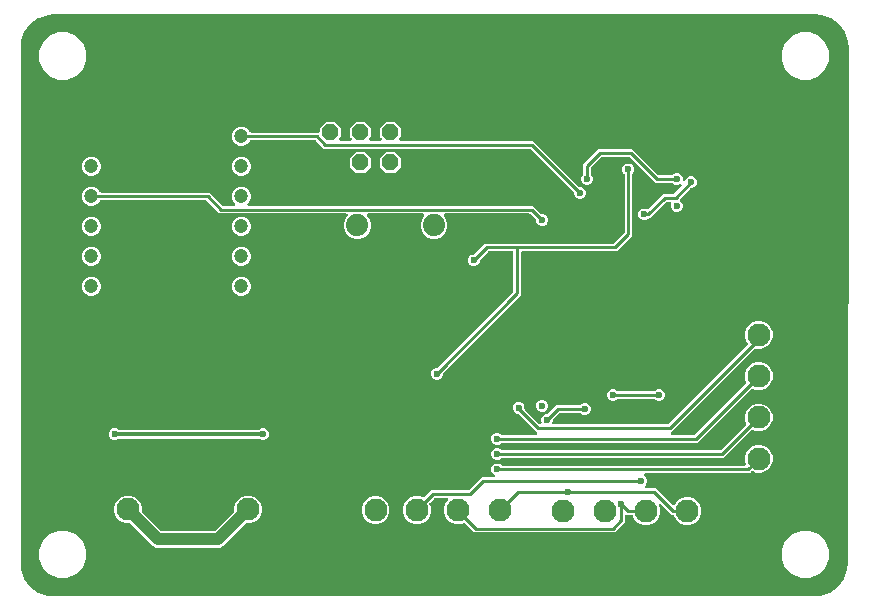
<source format=gbr>
G04 EAGLE Gerber RS-274X export*
G75*
%MOMM*%
%FSLAX34Y34*%
%LPD*%
%INBottom Copper*%
%IPPOS*%
%AMOC8*
5,1,8,0,0,1.08239X$1,22.5*%
G01*
%ADD10C,1.200000*%
%ADD11P,1.484606X8X202.500000*%
%ADD12C,1.879600*%
%ADD13C,1.950000*%
%ADD14C,0.600000*%
%ADD15C,0.304800*%
%ADD16C,0.254000*%
%ADD17C,1.016000*%

G36*
X675082Y2503D02*
X675082Y2503D01*
X675160Y2505D01*
X679257Y2827D01*
X679325Y2841D01*
X679394Y2845D01*
X679549Y2885D01*
X687345Y5414D01*
X687452Y5464D01*
X687562Y5508D01*
X687614Y5540D01*
X687633Y5549D01*
X687648Y5562D01*
X687698Y5594D01*
X694333Y10405D01*
X694419Y10486D01*
X694510Y10561D01*
X694550Y10608D01*
X694565Y10622D01*
X694575Y10639D01*
X694613Y10685D01*
X699439Y17309D01*
X699496Y17413D01*
X699560Y17512D01*
X699583Y17569D01*
X699593Y17587D01*
X699598Y17607D01*
X699620Y17662D01*
X702166Y25452D01*
X702179Y25519D01*
X702201Y25584D01*
X702224Y25744D01*
X702555Y29841D01*
X702554Y29862D01*
X702559Y29940D01*
X702560Y30068D01*
X703438Y467220D01*
X703439Y467946D01*
X703436Y467967D01*
X703435Y468045D01*
X703120Y472154D01*
X703106Y472222D01*
X703102Y472292D01*
X703062Y472448D01*
X700535Y480266D01*
X700485Y480374D01*
X700441Y480485D01*
X700409Y480536D01*
X700400Y480554D01*
X700387Y480570D01*
X700355Y480621D01*
X695534Y487274D01*
X695452Y487361D01*
X695377Y487453D01*
X695330Y487491D01*
X695316Y487506D01*
X695299Y487517D01*
X695253Y487555D01*
X688609Y492390D01*
X688505Y492448D01*
X688404Y492512D01*
X688348Y492534D01*
X688330Y492544D01*
X688311Y492549D01*
X688255Y492571D01*
X680441Y495113D01*
X680373Y495126D01*
X680307Y495149D01*
X680148Y495172D01*
X676040Y495495D01*
X676018Y495494D01*
X675940Y495499D01*
X675901Y495499D01*
X674379Y495499D01*
X674378Y495499D01*
X30000Y495499D01*
X29978Y495497D01*
X29900Y495495D01*
X25797Y495172D01*
X25729Y495158D01*
X25660Y495154D01*
X25505Y495114D01*
X17700Y492578D01*
X17592Y492528D01*
X17482Y492484D01*
X17430Y492452D01*
X17412Y492443D01*
X17396Y492430D01*
X17346Y492398D01*
X10707Y487574D01*
X10620Y487493D01*
X10528Y487417D01*
X10490Y487371D01*
X10475Y487357D01*
X10464Y487339D01*
X10426Y487293D01*
X5602Y480654D01*
X5545Y480550D01*
X5481Y480450D01*
X5459Y480394D01*
X5449Y480376D01*
X5444Y480356D01*
X5422Y480300D01*
X2886Y472495D01*
X2873Y472428D01*
X2850Y472362D01*
X2828Y472203D01*
X2505Y468100D01*
X2506Y468078D01*
X2501Y468000D01*
X2501Y29920D01*
X2503Y29899D01*
X2505Y29819D01*
X2832Y25730D01*
X2846Y25663D01*
X2850Y25594D01*
X2890Y25438D01*
X5424Y17662D01*
X5475Y17555D01*
X5518Y17445D01*
X5551Y17393D01*
X5560Y17374D01*
X5573Y17359D01*
X5604Y17309D01*
X10413Y10694D01*
X10494Y10608D01*
X10570Y10516D01*
X10617Y10477D01*
X10631Y10462D01*
X10648Y10451D01*
X10694Y10413D01*
X17309Y5604D01*
X17413Y5547D01*
X17512Y5484D01*
X17570Y5461D01*
X17588Y5451D01*
X17607Y5446D01*
X17662Y5424D01*
X25438Y2890D01*
X25506Y2877D01*
X25571Y2855D01*
X25730Y2832D01*
X29819Y2505D01*
X29841Y2506D01*
X29920Y2501D01*
X675060Y2501D01*
X675082Y2503D01*
G37*
%LPC*%
G36*
X386645Y56729D02*
X386645Y56729D01*
X378869Y64505D01*
X378846Y64524D01*
X378827Y64546D01*
X378721Y64621D01*
X378618Y64700D01*
X378591Y64712D01*
X378566Y64729D01*
X378445Y64775D01*
X378326Y64827D01*
X378297Y64831D01*
X378269Y64842D01*
X378140Y64856D01*
X378012Y64877D01*
X377982Y64874D01*
X377953Y64877D01*
X377825Y64859D01*
X377695Y64847D01*
X377667Y64837D01*
X377638Y64833D01*
X377486Y64781D01*
X375237Y63849D01*
X370563Y63849D01*
X366244Y65638D01*
X362938Y68944D01*
X361149Y73263D01*
X361149Y77937D01*
X362938Y82256D01*
X364245Y83563D01*
X364330Y83672D01*
X364418Y83779D01*
X364427Y83798D01*
X364439Y83814D01*
X364495Y83941D01*
X364554Y84067D01*
X364558Y84087D01*
X364566Y84106D01*
X364588Y84243D01*
X364614Y84380D01*
X364612Y84400D01*
X364616Y84420D01*
X364603Y84559D01*
X364594Y84697D01*
X364588Y84716D01*
X364586Y84736D01*
X364539Y84868D01*
X364496Y84999D01*
X364485Y85017D01*
X364478Y85036D01*
X364400Y85151D01*
X364326Y85268D01*
X364311Y85282D01*
X364300Y85299D01*
X364195Y85391D01*
X364094Y85486D01*
X364076Y85496D01*
X364061Y85509D01*
X363937Y85573D01*
X363816Y85640D01*
X363796Y85645D01*
X363778Y85654D01*
X363642Y85684D01*
X363508Y85719D01*
X363480Y85721D01*
X363468Y85724D01*
X363447Y85723D01*
X363347Y85729D01*
X353181Y85729D01*
X353082Y85717D01*
X352983Y85714D01*
X352925Y85697D01*
X352865Y85689D01*
X352773Y85653D01*
X352678Y85625D01*
X352626Y85595D01*
X352569Y85572D01*
X352489Y85514D01*
X352404Y85464D01*
X352328Y85398D01*
X352312Y85386D01*
X352304Y85376D01*
X352283Y85358D01*
X348848Y81923D01*
X348830Y81899D01*
X348808Y81880D01*
X348733Y81774D01*
X348653Y81671D01*
X348641Y81644D01*
X348624Y81620D01*
X348578Y81499D01*
X348527Y81379D01*
X348522Y81350D01*
X348512Y81323D01*
X348497Y81194D01*
X348477Y81065D01*
X348480Y81036D01*
X348476Y81007D01*
X348495Y80878D01*
X348507Y80749D01*
X348517Y80721D01*
X348521Y80692D01*
X348573Y80539D01*
X349651Y77937D01*
X349651Y73263D01*
X347862Y68944D01*
X344556Y65638D01*
X340237Y63849D01*
X335563Y63849D01*
X331244Y65638D01*
X327938Y68944D01*
X326149Y73263D01*
X326149Y77937D01*
X327938Y82256D01*
X331244Y85562D01*
X335563Y87351D01*
X340237Y87351D01*
X342839Y86273D01*
X342868Y86265D01*
X342894Y86252D01*
X343021Y86223D01*
X343146Y86189D01*
X343176Y86189D01*
X343204Y86182D01*
X343334Y86186D01*
X343464Y86184D01*
X343493Y86191D01*
X343522Y86192D01*
X343647Y86228D01*
X343773Y86258D01*
X343799Y86272D01*
X343828Y86280D01*
X343940Y86346D01*
X344054Y86407D01*
X344076Y86427D01*
X344102Y86442D01*
X344223Y86548D01*
X347658Y89983D01*
X349945Y92271D01*
X381119Y92271D01*
X381218Y92283D01*
X381317Y92286D01*
X381375Y92303D01*
X381435Y92311D01*
X381527Y92347D01*
X381622Y92375D01*
X381674Y92405D01*
X381731Y92428D01*
X381811Y92486D01*
X381896Y92536D01*
X381972Y92602D01*
X381988Y92614D01*
X381996Y92624D01*
X382017Y92642D01*
X392645Y103271D01*
X402797Y103271D01*
X402867Y103279D01*
X402936Y103278D01*
X403024Y103299D01*
X403113Y103311D01*
X403178Y103336D01*
X403246Y103353D01*
X403325Y103395D01*
X403409Y103428D01*
X403465Y103469D01*
X403527Y103501D01*
X403593Y103562D01*
X403666Y103614D01*
X403711Y103668D01*
X403762Y103715D01*
X403811Y103790D01*
X403869Y103859D01*
X403899Y103923D01*
X403937Y103981D01*
X403966Y104066D01*
X404004Y104147D01*
X404017Y104216D01*
X404040Y104282D01*
X404047Y104371D01*
X404064Y104459D01*
X404060Y104529D01*
X404065Y104599D01*
X404050Y104687D01*
X404044Y104777D01*
X404023Y104843D01*
X404011Y104912D01*
X403974Y104994D01*
X403946Y105079D01*
X403909Y105138D01*
X403880Y105202D01*
X403824Y105272D01*
X403776Y105348D01*
X403725Y105396D01*
X403682Y105450D01*
X403610Y105504D01*
X403545Y105566D01*
X403483Y105600D01*
X403428Y105642D01*
X403283Y105713D01*
X403167Y105761D01*
X401761Y107167D01*
X400999Y109005D01*
X400999Y110995D01*
X401761Y112833D01*
X403167Y114239D01*
X405005Y115001D01*
X406995Y115001D01*
X408833Y114239D01*
X409430Y113642D01*
X409508Y113582D01*
X409580Y113514D01*
X409633Y113485D01*
X409681Y113448D01*
X409772Y113408D01*
X409859Y113360D01*
X409917Y113345D01*
X409973Y113321D01*
X410071Y113306D01*
X410166Y113281D01*
X410266Y113275D01*
X410287Y113271D01*
X410299Y113273D01*
X410327Y113271D01*
X615096Y113271D01*
X615145Y113277D01*
X615195Y113275D01*
X615302Y113297D01*
X615412Y113311D01*
X615458Y113329D01*
X615506Y113339D01*
X615605Y113387D01*
X615707Y113428D01*
X615748Y113457D01*
X615792Y113479D01*
X615876Y113550D01*
X615965Y113614D01*
X615996Y113653D01*
X616034Y113685D01*
X616097Y113775D01*
X616167Y113859D01*
X616189Y113904D01*
X616217Y113945D01*
X616256Y114048D01*
X616303Y114147D01*
X616312Y114196D01*
X616330Y114242D01*
X616342Y114352D01*
X616363Y114459D01*
X616360Y114509D01*
X616365Y114558D01*
X616350Y114667D01*
X616343Y114777D01*
X616328Y114824D01*
X616321Y114873D01*
X616269Y115026D01*
X615549Y116763D01*
X615549Y121437D01*
X617338Y125756D01*
X620644Y129062D01*
X624963Y130851D01*
X629637Y130851D01*
X633956Y129062D01*
X637262Y125756D01*
X639051Y121437D01*
X639051Y116763D01*
X637262Y112444D01*
X633956Y109138D01*
X629637Y107349D01*
X624963Y107349D01*
X622361Y108427D01*
X622332Y108435D01*
X622306Y108448D01*
X622179Y108477D01*
X622054Y108511D01*
X622024Y108511D01*
X621996Y108518D01*
X621866Y108514D01*
X621736Y108516D01*
X621707Y108509D01*
X621678Y108508D01*
X621553Y108472D01*
X621427Y108442D01*
X621401Y108428D01*
X621372Y108420D01*
X621261Y108354D01*
X621146Y108293D01*
X621124Y108273D01*
X621098Y108258D01*
X620977Y108152D01*
X619555Y106729D01*
X531203Y106729D01*
X531133Y106721D01*
X531064Y106722D01*
X530976Y106701D01*
X530887Y106689D01*
X530822Y106664D01*
X530754Y106647D01*
X530675Y106605D01*
X530591Y106572D01*
X530535Y106531D01*
X530473Y106499D01*
X530407Y106438D01*
X530334Y106386D01*
X530289Y106332D01*
X530238Y106285D01*
X530189Y106210D01*
X530131Y106141D01*
X530101Y106077D01*
X530063Y106019D01*
X530034Y105934D01*
X529996Y105853D01*
X529983Y105784D01*
X529960Y105718D01*
X529953Y105629D01*
X529936Y105541D01*
X529940Y105471D01*
X529935Y105401D01*
X529950Y105313D01*
X529956Y105223D01*
X529977Y105157D01*
X529989Y105088D01*
X530026Y105006D01*
X530054Y104921D01*
X530091Y104862D01*
X530120Y104798D01*
X530176Y104728D01*
X530224Y104652D01*
X530275Y104604D01*
X530318Y104550D01*
X530390Y104496D01*
X530455Y104434D01*
X530517Y104400D01*
X530572Y104358D01*
X530717Y104287D01*
X530833Y104239D01*
X532239Y102833D01*
X533001Y100995D01*
X533001Y99005D01*
X532239Y97167D01*
X531510Y96437D01*
X531425Y96328D01*
X531336Y96221D01*
X531327Y96202D01*
X531315Y96186D01*
X531259Y96058D01*
X531200Y95933D01*
X531196Y95913D01*
X531188Y95894D01*
X531166Y95756D01*
X531140Y95620D01*
X531142Y95600D01*
X531138Y95580D01*
X531152Y95441D01*
X531160Y95303D01*
X531166Y95284D01*
X531168Y95264D01*
X531215Y95132D01*
X531258Y95001D01*
X531269Y94983D01*
X531276Y94964D01*
X531354Y94849D01*
X531428Y94732D01*
X531443Y94718D01*
X531454Y94701D01*
X531558Y94609D01*
X531660Y94514D01*
X531678Y94504D01*
X531693Y94491D01*
X531817Y94428D01*
X531938Y94360D01*
X531958Y94355D01*
X531976Y94346D01*
X532112Y94316D01*
X532246Y94281D01*
X532274Y94279D01*
X532286Y94276D01*
X532307Y94277D01*
X532407Y94271D01*
X540355Y94271D01*
X554433Y80193D01*
X554472Y80163D01*
X554505Y80126D01*
X554597Y80065D01*
X554684Y79998D01*
X554729Y79978D01*
X554771Y79951D01*
X554875Y79915D01*
X554976Y79872D01*
X555025Y79864D01*
X555072Y79848D01*
X555181Y79839D01*
X555290Y79822D01*
X555339Y79827D01*
X555389Y79823D01*
X555497Y79841D01*
X555606Y79852D01*
X555653Y79868D01*
X555702Y79877D01*
X555802Y79922D01*
X555906Y79959D01*
X555947Y79987D01*
X555992Y80008D01*
X556078Y80076D01*
X556169Y80138D01*
X556202Y80175D01*
X556241Y80206D01*
X556307Y80294D01*
X556379Y80376D01*
X556402Y80421D01*
X556432Y80460D01*
X556503Y80605D01*
X556938Y81656D01*
X560244Y84962D01*
X564563Y86751D01*
X569237Y86751D01*
X573556Y84962D01*
X576862Y81656D01*
X578651Y77337D01*
X578651Y72663D01*
X576862Y68344D01*
X573556Y65038D01*
X569237Y63249D01*
X564563Y63249D01*
X560244Y65038D01*
X556938Y68344D01*
X555860Y70946D01*
X555846Y70971D01*
X555837Y70999D01*
X555767Y71109D01*
X555703Y71222D01*
X555682Y71243D01*
X555667Y71268D01*
X555572Y71357D01*
X555482Y71450D01*
X555456Y71466D01*
X555435Y71486D01*
X555321Y71549D01*
X555210Y71617D01*
X555182Y71625D01*
X555156Y71640D01*
X555031Y71672D01*
X554907Y71710D01*
X554877Y71712D01*
X554848Y71719D01*
X554688Y71729D01*
X553645Y71729D01*
X545061Y80313D01*
X545006Y80356D01*
X544957Y80406D01*
X544881Y80453D01*
X544810Y80508D01*
X544746Y80536D01*
X544686Y80573D01*
X544601Y80599D01*
X544518Y80635D01*
X544449Y80646D01*
X544382Y80666D01*
X544293Y80670D01*
X544204Y80685D01*
X544134Y80678D01*
X544065Y80681D01*
X543977Y80663D01*
X543887Y80655D01*
X543821Y80631D01*
X543753Y80617D01*
X543673Y80578D01*
X543588Y80547D01*
X543530Y80508D01*
X543468Y80477D01*
X543399Y80419D01*
X543325Y80369D01*
X543279Y80316D01*
X543226Y80271D01*
X543174Y80198D01*
X543114Y80130D01*
X543083Y80068D01*
X543042Y80011D01*
X543011Y79927D01*
X542970Y79847D01*
X542954Y79779D01*
X542930Y79713D01*
X542920Y79624D01*
X542900Y79537D01*
X542902Y79467D01*
X542894Y79397D01*
X542907Y79308D01*
X542910Y79219D01*
X542929Y79152D01*
X542939Y79083D01*
X542991Y78930D01*
X543651Y77337D01*
X543651Y72663D01*
X541862Y68344D01*
X538556Y65038D01*
X534237Y63249D01*
X529563Y63249D01*
X525244Y65038D01*
X521938Y68344D01*
X520860Y70946D01*
X520846Y70971D01*
X520837Y70999D01*
X520767Y71109D01*
X520703Y71222D01*
X520682Y71243D01*
X520667Y71268D01*
X520572Y71357D01*
X520482Y71450D01*
X520456Y71466D01*
X520435Y71486D01*
X520321Y71549D01*
X520210Y71617D01*
X520182Y71625D01*
X520156Y71640D01*
X520031Y71672D01*
X519907Y71710D01*
X519877Y71712D01*
X519848Y71719D01*
X519688Y71729D01*
X515540Y71729D01*
X515422Y71714D01*
X515303Y71707D01*
X515265Y71694D01*
X515224Y71689D01*
X515114Y71646D01*
X515001Y71609D01*
X514966Y71587D01*
X514929Y71572D01*
X514833Y71503D01*
X514732Y71439D01*
X514704Y71409D01*
X514671Y71386D01*
X514595Y71294D01*
X514514Y71207D01*
X514494Y71172D01*
X514469Y71141D01*
X514418Y71033D01*
X514360Y70929D01*
X514350Y70889D01*
X514333Y70853D01*
X514311Y70736D01*
X514281Y70621D01*
X514277Y70561D01*
X514273Y70541D01*
X514275Y70520D01*
X514271Y70460D01*
X514271Y65645D01*
X505355Y56729D01*
X386645Y56729D01*
G37*
%LPD*%
%LPC*%
G36*
X405005Y130999D02*
X405005Y130999D01*
X403167Y131761D01*
X401761Y133167D01*
X400999Y135005D01*
X400999Y136995D01*
X401761Y138833D01*
X403167Y140239D01*
X405005Y141001D01*
X406995Y141001D01*
X408833Y140239D01*
X409430Y139642D01*
X409508Y139582D01*
X409580Y139514D01*
X409633Y139485D01*
X409681Y139448D01*
X409772Y139408D01*
X409859Y139360D01*
X409917Y139345D01*
X409973Y139321D01*
X410071Y139306D01*
X410166Y139281D01*
X410266Y139275D01*
X410287Y139271D01*
X410299Y139273D01*
X410327Y139271D01*
X438448Y139271D01*
X438585Y139288D01*
X438724Y139301D01*
X438743Y139308D01*
X438763Y139311D01*
X438892Y139362D01*
X439023Y139409D01*
X439040Y139420D01*
X439059Y139428D01*
X439171Y139509D01*
X439286Y139587D01*
X439300Y139603D01*
X439316Y139614D01*
X439405Y139722D01*
X439497Y139826D01*
X439506Y139844D01*
X439519Y139859D01*
X439578Y139985D01*
X439641Y140109D01*
X439646Y140129D01*
X439654Y140147D01*
X439681Y140283D01*
X439711Y140419D01*
X439710Y140440D01*
X439714Y140459D01*
X439706Y140598D01*
X439701Y140737D01*
X439696Y140757D01*
X439694Y140777D01*
X439652Y140909D01*
X439613Y141043D01*
X439603Y141060D01*
X439596Y141079D01*
X439522Y141197D01*
X439451Y141317D01*
X439433Y141338D01*
X439426Y141348D01*
X439411Y141362D01*
X439345Y141437D01*
X423747Y157036D01*
X423669Y157096D01*
X423597Y157164D01*
X423544Y157193D01*
X423496Y157230D01*
X423405Y157270D01*
X423318Y157318D01*
X423260Y157333D01*
X423204Y157357D01*
X423106Y157372D01*
X423063Y157384D01*
X421167Y158169D01*
X419761Y159575D01*
X418999Y161413D01*
X418999Y163403D01*
X419761Y165241D01*
X421167Y166647D01*
X423005Y167409D01*
X424995Y167409D01*
X426833Y166647D01*
X428239Y165241D01*
X429001Y163403D01*
X429001Y161559D01*
X429013Y161460D01*
X429016Y161361D01*
X429033Y161303D01*
X429041Y161243D01*
X429077Y161151D01*
X429105Y161056D01*
X429135Y161004D01*
X429158Y160947D01*
X429216Y160867D01*
X429266Y160782D01*
X429332Y160706D01*
X429344Y160690D01*
X429354Y160682D01*
X429372Y160661D01*
X441295Y148738D01*
X441350Y148696D01*
X441399Y148645D01*
X441475Y148598D01*
X441546Y148543D01*
X441611Y148516D01*
X441670Y148479D01*
X441756Y148453D01*
X441838Y148417D01*
X441907Y148406D01*
X441974Y148386D01*
X442063Y148381D01*
X442152Y148367D01*
X442222Y148374D01*
X442292Y148370D01*
X442379Y148389D01*
X442469Y148397D01*
X442535Y148421D01*
X442603Y148435D01*
X442684Y148474D01*
X442768Y148505D01*
X442826Y148544D01*
X442889Y148574D01*
X442957Y148633D01*
X443031Y148683D01*
X443078Y148736D01*
X443131Y148781D01*
X443182Y148854D01*
X443242Y148922D01*
X443274Y148984D01*
X443314Y149041D01*
X443346Y149125D01*
X443387Y149205D01*
X443402Y149273D01*
X443427Y149338D01*
X443437Y149428D01*
X443456Y149515D01*
X443454Y149585D01*
X443462Y149654D01*
X443449Y149743D01*
X443447Y149833D01*
X443427Y149900D01*
X443417Y149969D01*
X443365Y150122D01*
X442999Y151005D01*
X442999Y152995D01*
X443761Y154833D01*
X445167Y156239D01*
X447005Y157001D01*
X447849Y157001D01*
X447948Y157013D01*
X448047Y157016D01*
X448105Y157033D01*
X448165Y157041D01*
X448257Y157077D01*
X448352Y157105D01*
X448404Y157135D01*
X448461Y157158D01*
X448541Y157216D01*
X448626Y157266D01*
X448702Y157332D01*
X448718Y157344D01*
X448726Y157354D01*
X448747Y157372D01*
X455645Y164271D01*
X475673Y164271D01*
X475771Y164283D01*
X475870Y164286D01*
X475928Y164303D01*
X475988Y164311D01*
X476080Y164347D01*
X476176Y164375D01*
X476228Y164405D01*
X476284Y164428D01*
X476364Y164486D01*
X476450Y164536D01*
X476525Y164602D01*
X476541Y164614D01*
X476549Y164624D01*
X476570Y164642D01*
X477167Y165239D01*
X479005Y166001D01*
X480995Y166001D01*
X482833Y165239D01*
X484239Y163833D01*
X485001Y161995D01*
X485001Y160005D01*
X484239Y158167D01*
X482833Y156761D01*
X480995Y155999D01*
X479005Y155999D01*
X477167Y156761D01*
X476570Y157358D01*
X476492Y157418D01*
X476420Y157486D01*
X476367Y157515D01*
X476319Y157552D01*
X476228Y157592D01*
X476141Y157640D01*
X476083Y157655D01*
X476027Y157679D01*
X475929Y157694D01*
X475834Y157719D01*
X475734Y157725D01*
X475713Y157729D01*
X475701Y157727D01*
X475673Y157729D01*
X458881Y157729D01*
X458782Y157717D01*
X458683Y157714D01*
X458625Y157697D01*
X458565Y157689D01*
X458473Y157653D01*
X458378Y157625D01*
X458326Y157595D01*
X458269Y157572D01*
X458189Y157514D01*
X458104Y157464D01*
X458028Y157398D01*
X458012Y157386D01*
X458004Y157376D01*
X457983Y157358D01*
X453372Y152747D01*
X453312Y152669D01*
X453244Y152597D01*
X453215Y152544D01*
X453178Y152496D01*
X453138Y152405D01*
X453090Y152318D01*
X453075Y152260D01*
X453051Y152204D01*
X453036Y152106D01*
X453011Y152010D01*
X453005Y151910D01*
X453001Y151890D01*
X453003Y151877D01*
X453001Y151849D01*
X453001Y151005D01*
X452573Y149974D01*
X452560Y149926D01*
X452539Y149881D01*
X452519Y149773D01*
X452490Y149667D01*
X452489Y149617D01*
X452479Y149568D01*
X452486Y149459D01*
X452484Y149349D01*
X452496Y149301D01*
X452499Y149251D01*
X452533Y149147D01*
X452559Y149040D01*
X452582Y148996D01*
X452597Y148949D01*
X452656Y148856D01*
X452707Y148759D01*
X452741Y148722D01*
X452767Y148680D01*
X452847Y148605D01*
X452921Y148523D01*
X452963Y148496D01*
X452999Y148462D01*
X453095Y148409D01*
X453187Y148349D01*
X453234Y148332D01*
X453277Y148308D01*
X453384Y148281D01*
X453488Y148245D01*
X453537Y148241D01*
X453585Y148229D01*
X453746Y148219D01*
X550067Y148219D01*
X550166Y148231D01*
X550265Y148234D01*
X550323Y148251D01*
X550383Y148259D01*
X550475Y148295D01*
X550570Y148323D01*
X550622Y148353D01*
X550679Y148376D01*
X550759Y148434D01*
X550844Y148484D01*
X550920Y148550D01*
X550936Y148562D01*
X550944Y148572D01*
X550965Y148590D01*
X617681Y215306D01*
X617754Y215401D01*
X617832Y215490D01*
X617851Y215525D01*
X617876Y215558D01*
X617923Y215667D01*
X617977Y215773D01*
X617986Y215812D01*
X618002Y215849D01*
X618021Y215967D01*
X618047Y216083D01*
X618046Y216123D01*
X618052Y216163D01*
X618041Y216282D01*
X618037Y216401D01*
X618026Y216440D01*
X618022Y216480D01*
X617982Y216592D01*
X617949Y216707D01*
X617928Y216741D01*
X617914Y216779D01*
X617848Y216878D01*
X617787Y216980D01*
X617747Y217026D01*
X617736Y217043D01*
X617721Y217056D01*
X617681Y217101D01*
X617338Y217444D01*
X615549Y221763D01*
X615549Y226437D01*
X617338Y230756D01*
X620644Y234062D01*
X624963Y235851D01*
X629637Y235851D01*
X633956Y234062D01*
X637262Y230756D01*
X639051Y226437D01*
X639051Y221763D01*
X637262Y217444D01*
X633956Y214138D01*
X629637Y212349D01*
X624931Y212349D01*
X624866Y212364D01*
X624741Y212398D01*
X624711Y212398D01*
X624683Y212405D01*
X624553Y212401D01*
X624423Y212403D01*
X624394Y212396D01*
X624365Y212395D01*
X624240Y212359D01*
X624114Y212329D01*
X624088Y212315D01*
X624059Y212307D01*
X623947Y212241D01*
X623833Y212180D01*
X623811Y212160D01*
X623785Y212145D01*
X623664Y212039D01*
X553063Y141437D01*
X552978Y141328D01*
X552889Y141221D01*
X552880Y141202D01*
X552868Y141186D01*
X552813Y141058D01*
X552754Y140933D01*
X552750Y140913D01*
X552742Y140894D01*
X552720Y140756D01*
X552694Y140620D01*
X552695Y140600D01*
X552692Y140580D01*
X552705Y140441D01*
X552714Y140303D01*
X552720Y140284D01*
X552722Y140264D01*
X552769Y140132D01*
X552812Y140001D01*
X552822Y139983D01*
X552829Y139964D01*
X552907Y139849D01*
X552982Y139732D01*
X552997Y139718D01*
X553008Y139701D01*
X553112Y139609D01*
X553213Y139514D01*
X553231Y139504D01*
X553246Y139491D01*
X553370Y139427D01*
X553492Y139360D01*
X553511Y139355D01*
X553530Y139346D01*
X553665Y139316D01*
X553800Y139281D01*
X553828Y139279D01*
X553840Y139276D01*
X553860Y139277D01*
X553960Y139271D01*
X572319Y139271D01*
X572418Y139283D01*
X572517Y139286D01*
X572575Y139303D01*
X572635Y139311D01*
X572727Y139347D01*
X572822Y139375D01*
X572874Y139405D01*
X572931Y139428D01*
X573011Y139486D01*
X573096Y139536D01*
X573172Y139602D01*
X573188Y139614D01*
X573196Y139624D01*
X573217Y139642D01*
X616352Y182777D01*
X616370Y182801D01*
X616392Y182820D01*
X616467Y182926D01*
X616547Y183029D01*
X616559Y183056D01*
X616576Y183080D01*
X616622Y183201D01*
X616673Y183321D01*
X616678Y183350D01*
X616688Y183377D01*
X616703Y183506D01*
X616723Y183635D01*
X616720Y183664D01*
X616724Y183693D01*
X616705Y183822D01*
X616693Y183951D01*
X616683Y183979D01*
X616679Y184008D01*
X616627Y184161D01*
X615549Y186763D01*
X615549Y191437D01*
X617338Y195756D01*
X620644Y199062D01*
X624963Y200851D01*
X629637Y200851D01*
X633956Y199062D01*
X637262Y195756D01*
X639051Y191437D01*
X639051Y186763D01*
X637262Y182444D01*
X633956Y179138D01*
X629637Y177349D01*
X624963Y177349D01*
X622361Y178427D01*
X622332Y178435D01*
X622306Y178448D01*
X622179Y178477D01*
X622054Y178511D01*
X622024Y178511D01*
X621996Y178518D01*
X621866Y178514D01*
X621736Y178516D01*
X621707Y178509D01*
X621678Y178508D01*
X621553Y178472D01*
X621427Y178442D01*
X621401Y178428D01*
X621372Y178420D01*
X621260Y178354D01*
X621146Y178293D01*
X621124Y178273D01*
X621098Y178258D01*
X620977Y178152D01*
X577842Y135017D01*
X575555Y132729D01*
X410327Y132729D01*
X410229Y132717D01*
X410130Y132714D01*
X410072Y132697D01*
X410012Y132689D01*
X409920Y132653D01*
X409824Y132625D01*
X409772Y132595D01*
X409716Y132572D01*
X409636Y132514D01*
X409550Y132464D01*
X409475Y132398D01*
X409459Y132386D01*
X409451Y132376D01*
X409430Y132358D01*
X408833Y131761D01*
X406995Y130999D01*
X405005Y130999D01*
G37*
%LPD*%
%LPC*%
G36*
X285121Y305407D02*
X285121Y305407D01*
X280931Y307143D01*
X277725Y310349D01*
X275989Y314539D01*
X275989Y319073D01*
X277725Y323263D01*
X279024Y324563D01*
X279109Y324672D01*
X279198Y324779D01*
X279207Y324798D01*
X279219Y324814D01*
X279274Y324941D01*
X279334Y325067D01*
X279338Y325087D01*
X279346Y325106D01*
X279368Y325244D01*
X279394Y325380D01*
X279392Y325400D01*
X279395Y325420D01*
X279382Y325559D01*
X279374Y325697D01*
X279368Y325716D01*
X279366Y325736D01*
X279318Y325868D01*
X279276Y325999D01*
X279265Y326017D01*
X279258Y326036D01*
X279180Y326151D01*
X279106Y326268D01*
X279091Y326282D01*
X279079Y326299D01*
X278975Y326391D01*
X278874Y326486D01*
X278856Y326496D01*
X278841Y326509D01*
X278717Y326573D01*
X278595Y326640D01*
X278576Y326645D01*
X278558Y326654D01*
X278422Y326684D01*
X278288Y326719D01*
X278259Y326721D01*
X278247Y326724D01*
X278227Y326723D01*
X278127Y326729D01*
X170645Y326729D01*
X159817Y337558D01*
X159739Y337618D01*
X159667Y337686D01*
X159614Y337715D01*
X159566Y337752D01*
X159475Y337792D01*
X159388Y337840D01*
X159330Y337855D01*
X159274Y337879D01*
X159176Y337894D01*
X159080Y337919D01*
X158980Y337925D01*
X158960Y337929D01*
X158947Y337927D01*
X158919Y337929D01*
X70453Y337929D01*
X70424Y337926D01*
X70394Y337928D01*
X70267Y337906D01*
X70138Y337889D01*
X70110Y337879D01*
X70081Y337874D01*
X69962Y337820D01*
X69842Y337772D01*
X69818Y337755D01*
X69791Y337743D01*
X69690Y337662D01*
X69585Y337586D01*
X69566Y337563D01*
X69543Y337544D01*
X69465Y337441D01*
X69382Y337341D01*
X69369Y337314D01*
X69351Y337290D01*
X69281Y337146D01*
X69083Y336668D01*
X66832Y334417D01*
X63891Y333199D01*
X60709Y333199D01*
X57768Y334417D01*
X55517Y336668D01*
X54299Y339609D01*
X54299Y342791D01*
X55517Y345732D01*
X57768Y347983D01*
X60709Y349201D01*
X63891Y349201D01*
X66832Y347983D01*
X69083Y345732D01*
X69281Y345254D01*
X69295Y345229D01*
X69304Y345201D01*
X69374Y345091D01*
X69438Y344978D01*
X69459Y344957D01*
X69474Y344932D01*
X69569Y344843D01*
X69659Y344750D01*
X69685Y344734D01*
X69706Y344714D01*
X69820Y344651D01*
X69930Y344583D01*
X69959Y344575D01*
X69985Y344560D01*
X70110Y344528D01*
X70234Y344490D01*
X70264Y344488D01*
X70293Y344481D01*
X70453Y344471D01*
X162155Y344471D01*
X172983Y333642D01*
X173061Y333582D01*
X173133Y333514D01*
X173186Y333485D01*
X173234Y333448D01*
X173325Y333408D01*
X173412Y333360D01*
X173470Y333345D01*
X173526Y333321D01*
X173624Y333306D01*
X173720Y333281D01*
X173820Y333275D01*
X173840Y333271D01*
X173853Y333273D01*
X173881Y333271D01*
X182850Y333271D01*
X182988Y333288D01*
X183127Y333301D01*
X183146Y333308D01*
X183166Y333311D01*
X183295Y333362D01*
X183426Y333409D01*
X183443Y333420D01*
X183462Y333428D01*
X183574Y333509D01*
X183689Y333587D01*
X183702Y333603D01*
X183719Y333614D01*
X183808Y333722D01*
X183900Y333826D01*
X183909Y333844D01*
X183922Y333859D01*
X183981Y333985D01*
X184044Y334109D01*
X184049Y334129D01*
X184057Y334147D01*
X184083Y334284D01*
X184114Y334419D01*
X184113Y334440D01*
X184117Y334459D01*
X184108Y334598D01*
X184104Y334737D01*
X184099Y334757D01*
X184097Y334777D01*
X184055Y334909D01*
X184016Y335043D01*
X184005Y335060D01*
X183999Y335079D01*
X183925Y335197D01*
X183854Y335317D01*
X183836Y335338D01*
X183829Y335348D01*
X183814Y335362D01*
X183748Y335437D01*
X182517Y336668D01*
X181299Y339609D01*
X181299Y342791D01*
X182517Y345732D01*
X184768Y347983D01*
X187709Y349201D01*
X190891Y349201D01*
X193832Y347983D01*
X196083Y345732D01*
X197301Y342791D01*
X197301Y339609D01*
X196083Y336668D01*
X194852Y335437D01*
X194767Y335328D01*
X194678Y335221D01*
X194670Y335202D01*
X194657Y335186D01*
X194602Y335059D01*
X194543Y334933D01*
X194539Y334913D01*
X194531Y334894D01*
X194509Y334756D01*
X194483Y334620D01*
X194484Y334600D01*
X194481Y334580D01*
X194494Y334441D01*
X194503Y334303D01*
X194509Y334284D01*
X194511Y334264D01*
X194558Y334132D01*
X194601Y334001D01*
X194612Y333983D01*
X194618Y333964D01*
X194697Y333849D01*
X194771Y333732D01*
X194786Y333718D01*
X194797Y333701D01*
X194901Y333609D01*
X195003Y333514D01*
X195020Y333504D01*
X195035Y333491D01*
X195160Y333427D01*
X195281Y333360D01*
X195301Y333355D01*
X195319Y333346D01*
X195455Y333316D01*
X195589Y333281D01*
X195617Y333279D01*
X195629Y333276D01*
X195649Y333277D01*
X195750Y333271D01*
X436355Y333271D01*
X443253Y326372D01*
X443331Y326312D01*
X443403Y326244D01*
X443456Y326215D01*
X443504Y326178D01*
X443595Y326138D01*
X443682Y326090D01*
X443740Y326075D01*
X443796Y326051D01*
X443894Y326036D01*
X443990Y326011D01*
X444090Y326005D01*
X444110Y326001D01*
X444123Y326003D01*
X444151Y326001D01*
X444995Y326001D01*
X446833Y325239D01*
X448239Y323833D01*
X449001Y321995D01*
X449001Y320005D01*
X448239Y318167D01*
X446833Y316761D01*
X444995Y315999D01*
X443005Y315999D01*
X441167Y316761D01*
X439761Y318167D01*
X438999Y320005D01*
X438999Y320849D01*
X438987Y320948D01*
X438984Y321047D01*
X438967Y321105D01*
X438959Y321165D01*
X438923Y321257D01*
X438895Y321352D01*
X438865Y321404D01*
X438842Y321461D01*
X438784Y321541D01*
X438734Y321626D01*
X438668Y321702D01*
X438656Y321718D01*
X438646Y321726D01*
X438628Y321747D01*
X434017Y326358D01*
X433939Y326418D01*
X433867Y326486D01*
X433814Y326515D01*
X433766Y326552D01*
X433675Y326592D01*
X433588Y326640D01*
X433530Y326655D01*
X433474Y326679D01*
X433376Y326694D01*
X433280Y326719D01*
X433180Y326725D01*
X433160Y326729D01*
X433147Y326727D01*
X433119Y326729D01*
X361673Y326729D01*
X361535Y326712D01*
X361397Y326699D01*
X361378Y326692D01*
X361358Y326689D01*
X361229Y326638D01*
X361098Y326591D01*
X361081Y326580D01*
X361062Y326572D01*
X360950Y326491D01*
X360834Y326413D01*
X360821Y326397D01*
X360805Y326386D01*
X360716Y326278D01*
X360624Y326174D01*
X360615Y326156D01*
X360602Y326141D01*
X360543Y326015D01*
X360479Y325891D01*
X360475Y325871D01*
X360466Y325853D01*
X360440Y325716D01*
X360410Y325581D01*
X360410Y325560D01*
X360406Y325541D01*
X360415Y325402D01*
X360419Y325263D01*
X360425Y325243D01*
X360426Y325223D01*
X360469Y325091D01*
X360508Y324957D01*
X360518Y324940D01*
X360524Y324921D01*
X360599Y324803D01*
X360669Y324683D01*
X360688Y324662D01*
X360694Y324652D01*
X360709Y324638D01*
X360776Y324563D01*
X362075Y323263D01*
X363811Y319073D01*
X363811Y314539D01*
X362075Y310349D01*
X358869Y307143D01*
X354679Y305407D01*
X350145Y305407D01*
X345955Y307143D01*
X342749Y310349D01*
X341013Y314539D01*
X341013Y319073D01*
X342749Y323263D01*
X344048Y324563D01*
X344133Y324672D01*
X344222Y324779D01*
X344231Y324798D01*
X344243Y324814D01*
X344298Y324941D01*
X344358Y325067D01*
X344362Y325087D01*
X344370Y325106D01*
X344392Y325244D01*
X344418Y325380D01*
X344416Y325400D01*
X344419Y325420D01*
X344406Y325559D01*
X344398Y325697D01*
X344392Y325716D01*
X344390Y325736D01*
X344342Y325868D01*
X344300Y325999D01*
X344289Y326017D01*
X344282Y326036D01*
X344204Y326151D01*
X344130Y326268D01*
X344115Y326282D01*
X344103Y326299D01*
X343999Y326391D01*
X343898Y326486D01*
X343880Y326496D01*
X343865Y326509D01*
X343741Y326573D01*
X343619Y326640D01*
X343600Y326645D01*
X343582Y326654D01*
X343446Y326684D01*
X343312Y326719D01*
X343283Y326721D01*
X343271Y326724D01*
X343251Y326723D01*
X343151Y326729D01*
X296649Y326729D01*
X296511Y326712D01*
X296373Y326699D01*
X296354Y326692D01*
X296334Y326689D01*
X296205Y326638D01*
X296074Y326591D01*
X296057Y326580D01*
X296038Y326572D01*
X295926Y326491D01*
X295810Y326413D01*
X295797Y326397D01*
X295781Y326386D01*
X295692Y326278D01*
X295600Y326174D01*
X295591Y326156D01*
X295578Y326141D01*
X295519Y326015D01*
X295455Y325891D01*
X295451Y325871D01*
X295442Y325853D01*
X295416Y325716D01*
X295386Y325581D01*
X295386Y325560D01*
X295382Y325541D01*
X295391Y325402D01*
X295395Y325263D01*
X295401Y325243D01*
X295402Y325223D01*
X295445Y325091D01*
X295484Y324957D01*
X295494Y324940D01*
X295500Y324921D01*
X295575Y324803D01*
X295645Y324683D01*
X295664Y324662D01*
X295670Y324652D01*
X295685Y324638D01*
X295752Y324563D01*
X297051Y323263D01*
X298787Y319073D01*
X298787Y314539D01*
X297051Y310349D01*
X293845Y307143D01*
X289655Y305407D01*
X285121Y305407D01*
G37*
%LPD*%
%LPC*%
G36*
X475005Y338999D02*
X475005Y338999D01*
X473167Y339761D01*
X471761Y341167D01*
X470999Y343005D01*
X470999Y343849D01*
X470987Y343948D01*
X470984Y344047D01*
X470967Y344105D01*
X470959Y344165D01*
X470923Y344257D01*
X470895Y344352D01*
X470865Y344404D01*
X470842Y344461D01*
X470784Y344541D01*
X470734Y344626D01*
X470668Y344702D01*
X470656Y344718D01*
X470646Y344726D01*
X470628Y344747D01*
X433999Y381376D01*
X433921Y381436D01*
X433849Y381504D01*
X433796Y381533D01*
X433748Y381570D01*
X433657Y381610D01*
X433570Y381658D01*
X433512Y381673D01*
X433456Y381697D01*
X433358Y381712D01*
X433262Y381737D01*
X433162Y381743D01*
X433142Y381747D01*
X433129Y381745D01*
X433101Y381747D01*
X259045Y381747D01*
X252435Y388358D01*
X252356Y388418D01*
X252284Y388486D01*
X252231Y388515D01*
X252183Y388552D01*
X252092Y388592D01*
X252006Y388640D01*
X251947Y388655D01*
X251891Y388679D01*
X251793Y388694D01*
X251698Y388719D01*
X251598Y388725D01*
X251577Y388729D01*
X251565Y388727D01*
X251537Y388729D01*
X197453Y388729D01*
X197424Y388726D01*
X197394Y388728D01*
X197267Y388706D01*
X197138Y388689D01*
X197110Y388679D01*
X197081Y388674D01*
X196962Y388620D01*
X196842Y388572D01*
X196818Y388555D01*
X196791Y388543D01*
X196690Y388462D01*
X196585Y388386D01*
X196566Y388363D01*
X196543Y388344D01*
X196465Y388241D01*
X196382Y388141D01*
X196369Y388114D01*
X196351Y388090D01*
X196281Y387946D01*
X196083Y387468D01*
X193832Y385217D01*
X190891Y383999D01*
X187709Y383999D01*
X184768Y385217D01*
X182517Y387468D01*
X181299Y390409D01*
X181299Y393591D01*
X182517Y396532D01*
X184768Y398783D01*
X187709Y400001D01*
X190891Y400001D01*
X193832Y398783D01*
X196083Y396532D01*
X196281Y396054D01*
X196295Y396029D01*
X196304Y396001D01*
X196374Y395891D01*
X196438Y395778D01*
X196459Y395757D01*
X196474Y395732D01*
X196569Y395643D01*
X196659Y395550D01*
X196685Y395534D01*
X196706Y395514D01*
X196820Y395451D01*
X196930Y395383D01*
X196959Y395375D01*
X196985Y395360D01*
X197110Y395328D01*
X197234Y395290D01*
X197264Y395288D01*
X197293Y395281D01*
X197453Y395271D01*
X254572Y395271D01*
X254690Y395286D01*
X254809Y395293D01*
X254847Y395306D01*
X254888Y395311D01*
X254998Y395354D01*
X255111Y395391D01*
X255146Y395413D01*
X255183Y395428D01*
X255279Y395497D01*
X255380Y395561D01*
X255408Y395591D01*
X255441Y395614D01*
X255517Y395706D01*
X255598Y395793D01*
X255618Y395828D01*
X255643Y395859D01*
X255694Y395967D01*
X255752Y396071D01*
X255762Y396111D01*
X255779Y396147D01*
X255801Y396264D01*
X255831Y396379D01*
X255835Y396439D01*
X255839Y396459D01*
X255837Y396480D01*
X255841Y396540D01*
X255841Y399069D01*
X261031Y404259D01*
X268369Y404259D01*
X273559Y399069D01*
X273559Y391731D01*
X272284Y390455D01*
X272198Y390346D01*
X272110Y390239D01*
X272101Y390220D01*
X272089Y390204D01*
X272033Y390076D01*
X271974Y389951D01*
X271970Y389931D01*
X271962Y389912D01*
X271940Y389774D01*
X271914Y389638D01*
X271916Y389618D01*
X271912Y389598D01*
X271926Y389459D01*
X271934Y389321D01*
X271940Y389302D01*
X271942Y389282D01*
X271989Y389150D01*
X272032Y389019D01*
X272043Y389001D01*
X272050Y388982D01*
X272128Y388867D01*
X272202Y388750D01*
X272217Y388736D01*
X272228Y388719D01*
X272333Y388627D01*
X272434Y388532D01*
X272452Y388522D01*
X272467Y388509D01*
X272591Y388445D01*
X272712Y388378D01*
X272732Y388373D01*
X272750Y388364D01*
X272886Y388334D01*
X273020Y388299D01*
X273048Y388297D01*
X273060Y388294D01*
X273081Y388295D01*
X273181Y388289D01*
X281619Y388289D01*
X281757Y388306D01*
X281895Y388319D01*
X281914Y388326D01*
X281934Y388329D01*
X282064Y388380D01*
X282195Y388427D01*
X282211Y388438D01*
X282230Y388446D01*
X282343Y388527D01*
X282458Y388605D01*
X282471Y388621D01*
X282487Y388632D01*
X282576Y388740D01*
X282668Y388844D01*
X282677Y388862D01*
X282690Y388877D01*
X282750Y389003D01*
X282813Y389127D01*
X282817Y389147D01*
X282826Y389165D01*
X282852Y389302D01*
X282882Y389437D01*
X282882Y389458D01*
X282886Y389477D01*
X282877Y389616D01*
X282873Y389755D01*
X282867Y389775D01*
X282866Y389795D01*
X282823Y389927D01*
X282784Y390061D01*
X282774Y390078D01*
X282768Y390097D01*
X282693Y390215D01*
X282623Y390335D01*
X282604Y390356D01*
X282598Y390366D01*
X282583Y390380D01*
X282516Y390455D01*
X281241Y391731D01*
X281241Y399069D01*
X286431Y404259D01*
X293769Y404259D01*
X298959Y399069D01*
X298959Y391731D01*
X297684Y390455D01*
X297598Y390346D01*
X297510Y390239D01*
X297501Y390220D01*
X297489Y390204D01*
X297433Y390076D01*
X297374Y389951D01*
X297370Y389931D01*
X297362Y389912D01*
X297340Y389774D01*
X297314Y389638D01*
X297316Y389618D01*
X297312Y389598D01*
X297326Y389459D01*
X297334Y389321D01*
X297340Y389302D01*
X297342Y389282D01*
X297389Y389150D01*
X297432Y389019D01*
X297443Y389001D01*
X297450Y388982D01*
X297528Y388867D01*
X297602Y388750D01*
X297617Y388736D01*
X297628Y388719D01*
X297733Y388627D01*
X297834Y388532D01*
X297852Y388522D01*
X297867Y388509D01*
X297991Y388445D01*
X298112Y388378D01*
X298132Y388373D01*
X298150Y388364D01*
X298286Y388334D01*
X298420Y388299D01*
X298448Y388297D01*
X298460Y388294D01*
X298481Y388295D01*
X298581Y388289D01*
X307019Y388289D01*
X307157Y388306D01*
X307295Y388319D01*
X307314Y388326D01*
X307334Y388329D01*
X307464Y388380D01*
X307595Y388427D01*
X307611Y388438D01*
X307630Y388446D01*
X307743Y388527D01*
X307858Y388605D01*
X307871Y388621D01*
X307887Y388632D01*
X307976Y388740D01*
X308068Y388844D01*
X308077Y388862D01*
X308090Y388877D01*
X308150Y389003D01*
X308213Y389127D01*
X308217Y389147D01*
X308226Y389165D01*
X308252Y389302D01*
X308282Y389437D01*
X308282Y389458D01*
X308286Y389477D01*
X308277Y389616D01*
X308273Y389755D01*
X308267Y389775D01*
X308266Y389795D01*
X308223Y389927D01*
X308184Y390061D01*
X308174Y390078D01*
X308168Y390097D01*
X308093Y390215D01*
X308023Y390335D01*
X308004Y390356D01*
X307998Y390366D01*
X307983Y390380D01*
X307916Y390455D01*
X306641Y391731D01*
X306641Y399069D01*
X311831Y404259D01*
X319169Y404259D01*
X324359Y399069D01*
X324359Y391731D01*
X323084Y390455D01*
X322998Y390346D01*
X322910Y390239D01*
X322901Y390220D01*
X322889Y390204D01*
X322833Y390076D01*
X322774Y389951D01*
X322770Y389931D01*
X322762Y389912D01*
X322740Y389774D01*
X322714Y389638D01*
X322716Y389618D01*
X322712Y389598D01*
X322726Y389459D01*
X322734Y389321D01*
X322740Y389302D01*
X322742Y389282D01*
X322789Y389150D01*
X322832Y389019D01*
X322843Y389001D01*
X322850Y388982D01*
X322928Y388867D01*
X323002Y388750D01*
X323017Y388736D01*
X323028Y388719D01*
X323133Y388627D01*
X323234Y388532D01*
X323252Y388522D01*
X323267Y388509D01*
X323391Y388445D01*
X323512Y388378D01*
X323532Y388373D01*
X323550Y388364D01*
X323686Y388334D01*
X323820Y388299D01*
X323848Y388297D01*
X323860Y388294D01*
X323881Y388295D01*
X323981Y388289D01*
X436337Y388289D01*
X475253Y349372D01*
X475331Y349312D01*
X475403Y349244D01*
X475456Y349215D01*
X475504Y349178D01*
X475595Y349138D01*
X475682Y349090D01*
X475740Y349075D01*
X475796Y349051D01*
X475894Y349036D01*
X475990Y349011D01*
X476090Y349005D01*
X476110Y349001D01*
X476123Y349003D01*
X476151Y349001D01*
X476995Y349001D01*
X478833Y348239D01*
X480239Y346833D01*
X481001Y344995D01*
X481001Y343005D01*
X480239Y341167D01*
X478833Y339761D01*
X476995Y338999D01*
X475005Y338999D01*
G37*
%LPD*%
%LPC*%
G36*
X117392Y43719D02*
X117392Y43719D01*
X114789Y44797D01*
X95509Y64078D01*
X95431Y64138D01*
X95358Y64206D01*
X95305Y64235D01*
X95258Y64272D01*
X95167Y64312D01*
X95080Y64360D01*
X95021Y64375D01*
X94966Y64399D01*
X94868Y64414D01*
X94772Y64439D01*
X94672Y64445D01*
X94652Y64449D01*
X94639Y64447D01*
X94611Y64449D01*
X91063Y64449D01*
X86744Y66238D01*
X83438Y69544D01*
X81649Y73863D01*
X81649Y78537D01*
X83438Y82856D01*
X86744Y86162D01*
X91063Y87951D01*
X95737Y87951D01*
X100056Y86162D01*
X103362Y82856D01*
X105151Y78537D01*
X105151Y74989D01*
X105163Y74890D01*
X105166Y74791D01*
X105183Y74733D01*
X105191Y74673D01*
X105227Y74581D01*
X105255Y74486D01*
X105285Y74434D01*
X105308Y74377D01*
X105366Y74297D01*
X105416Y74212D01*
X105482Y74137D01*
X105494Y74120D01*
X105504Y74112D01*
X105522Y74091D01*
X121361Y58252D01*
X121439Y58192D01*
X121512Y58124D01*
X121565Y58095D01*
X121612Y58058D01*
X121703Y58018D01*
X121790Y57970D01*
X121849Y57955D01*
X121904Y57931D01*
X122002Y57916D01*
X122098Y57891D01*
X122198Y57885D01*
X122218Y57881D01*
X122231Y57883D01*
X122259Y57881D01*
X166141Y57881D01*
X166240Y57893D01*
X166339Y57896D01*
X166397Y57913D01*
X166457Y57921D01*
X166549Y57957D01*
X166644Y57985D01*
X166696Y58015D01*
X166753Y58038D01*
X166833Y58096D01*
X166918Y58146D01*
X166993Y58212D01*
X167010Y58224D01*
X167018Y58234D01*
X167039Y58252D01*
X182878Y74091D01*
X182938Y74169D01*
X183006Y74242D01*
X183035Y74295D01*
X183072Y74342D01*
X183112Y74433D01*
X183160Y74520D01*
X183175Y74579D01*
X183199Y74634D01*
X183214Y74732D01*
X183239Y74828D01*
X183245Y74928D01*
X183249Y74948D01*
X183247Y74961D01*
X183249Y74989D01*
X183249Y78537D01*
X185038Y82856D01*
X188344Y86162D01*
X192663Y87951D01*
X197337Y87951D01*
X201656Y86162D01*
X204962Y82856D01*
X206751Y78537D01*
X206751Y73863D01*
X204962Y69544D01*
X201656Y66238D01*
X197337Y64449D01*
X193789Y64449D01*
X193690Y64437D01*
X193591Y64434D01*
X193533Y64417D01*
X193473Y64409D01*
X193381Y64373D01*
X193286Y64345D01*
X193234Y64315D01*
X193177Y64292D01*
X193097Y64234D01*
X193012Y64184D01*
X192937Y64118D01*
X192920Y64106D01*
X192912Y64096D01*
X192891Y64078D01*
X173611Y44797D01*
X171008Y43719D01*
X117392Y43719D01*
G37*
%LPD*%
%LPC*%
G36*
X354005Y185999D02*
X354005Y185999D01*
X352167Y186761D01*
X350761Y188167D01*
X349999Y190005D01*
X349999Y191995D01*
X350761Y193833D01*
X352167Y195239D01*
X354005Y196001D01*
X354849Y196001D01*
X354948Y196013D01*
X355047Y196016D01*
X355105Y196033D01*
X355165Y196041D01*
X355257Y196077D01*
X355352Y196105D01*
X355404Y196135D01*
X355461Y196158D01*
X355541Y196216D01*
X355626Y196266D01*
X355702Y196332D01*
X355718Y196344D01*
X355726Y196354D01*
X355747Y196372D01*
X419358Y259983D01*
X419418Y260061D01*
X419486Y260133D01*
X419515Y260186D01*
X419552Y260234D01*
X419592Y260325D01*
X419640Y260412D01*
X419655Y260470D01*
X419679Y260526D01*
X419694Y260624D01*
X419719Y260720D01*
X419725Y260820D01*
X419729Y260840D01*
X419727Y260853D01*
X419729Y260881D01*
X419729Y293460D01*
X419714Y293578D01*
X419707Y293697D01*
X419694Y293735D01*
X419689Y293776D01*
X419646Y293886D01*
X419609Y293999D01*
X419587Y294034D01*
X419572Y294071D01*
X419503Y294167D01*
X419439Y294268D01*
X419409Y294296D01*
X419386Y294329D01*
X419294Y294405D01*
X419207Y294486D01*
X419172Y294506D01*
X419141Y294531D01*
X419033Y294582D01*
X418929Y294640D01*
X418889Y294650D01*
X418853Y294667D01*
X418736Y294689D01*
X418621Y294719D01*
X418561Y294723D01*
X418541Y294727D01*
X418520Y294725D01*
X418460Y294729D01*
X398881Y294729D01*
X398782Y294717D01*
X398683Y294714D01*
X398625Y294697D01*
X398565Y294689D01*
X398473Y294653D01*
X398378Y294625D01*
X398326Y294595D01*
X398269Y294572D01*
X398189Y294514D01*
X398104Y294464D01*
X398029Y294398D01*
X398012Y294386D01*
X398004Y294376D01*
X397983Y294358D01*
X391372Y287747D01*
X391312Y287669D01*
X391244Y287597D01*
X391215Y287544D01*
X391178Y287496D01*
X391138Y287405D01*
X391090Y287318D01*
X391075Y287260D01*
X391051Y287204D01*
X391036Y287106D01*
X391011Y287010D01*
X391005Y286910D01*
X391001Y286890D01*
X391003Y286877D01*
X391001Y286849D01*
X391001Y286005D01*
X390239Y284167D01*
X388833Y282761D01*
X386995Y281999D01*
X385005Y281999D01*
X383167Y282761D01*
X381761Y284167D01*
X380999Y286005D01*
X380999Y287995D01*
X381761Y289833D01*
X383167Y291239D01*
X385005Y292001D01*
X385849Y292001D01*
X385948Y292013D01*
X386047Y292016D01*
X386105Y292033D01*
X386165Y292041D01*
X386257Y292077D01*
X386352Y292105D01*
X386404Y292135D01*
X386461Y292158D01*
X386541Y292216D01*
X386626Y292266D01*
X386702Y292332D01*
X386718Y292344D01*
X386726Y292354D01*
X386747Y292372D01*
X393358Y298983D01*
X395645Y301271D01*
X504119Y301271D01*
X504218Y301283D01*
X504317Y301286D01*
X504375Y301303D01*
X504435Y301311D01*
X504527Y301347D01*
X504622Y301375D01*
X504674Y301405D01*
X504731Y301428D01*
X504811Y301486D01*
X504896Y301536D01*
X504972Y301602D01*
X504988Y301614D01*
X504996Y301624D01*
X505017Y301642D01*
X513358Y309983D01*
X513418Y310061D01*
X513486Y310133D01*
X513515Y310186D01*
X513552Y310234D01*
X513592Y310325D01*
X513640Y310412D01*
X513655Y310470D01*
X513679Y310526D01*
X513694Y310624D01*
X513719Y310720D01*
X513725Y310820D01*
X513729Y310840D01*
X513727Y310853D01*
X513729Y310881D01*
X513729Y359673D01*
X513717Y359771D01*
X513714Y359870D01*
X513697Y359928D01*
X513689Y359988D01*
X513653Y360080D01*
X513625Y360176D01*
X513595Y360228D01*
X513572Y360284D01*
X513514Y360364D01*
X513464Y360450D01*
X513398Y360525D01*
X513386Y360541D01*
X513376Y360549D01*
X513358Y360570D01*
X512761Y361167D01*
X511999Y363005D01*
X511999Y364995D01*
X512761Y366833D01*
X514167Y368239D01*
X516005Y369001D01*
X517995Y369001D01*
X519833Y368239D01*
X521239Y366833D01*
X522001Y364995D01*
X522001Y363005D01*
X521239Y361167D01*
X520642Y360570D01*
X520582Y360492D01*
X520514Y360420D01*
X520485Y360367D01*
X520448Y360319D01*
X520408Y360228D01*
X520360Y360141D01*
X520345Y360083D01*
X520321Y360027D01*
X520306Y359929D01*
X520281Y359834D01*
X520275Y359734D01*
X520271Y359713D01*
X520273Y359701D01*
X520271Y359673D01*
X520271Y307645D01*
X507355Y294729D01*
X427540Y294729D01*
X427422Y294714D01*
X427303Y294707D01*
X427265Y294694D01*
X427224Y294689D01*
X427114Y294646D01*
X427001Y294609D01*
X426966Y294587D01*
X426929Y294572D01*
X426833Y294503D01*
X426732Y294439D01*
X426704Y294409D01*
X426671Y294386D01*
X426595Y294294D01*
X426514Y294207D01*
X426494Y294172D01*
X426469Y294141D01*
X426418Y294033D01*
X426360Y293929D01*
X426350Y293889D01*
X426333Y293853D01*
X426311Y293736D01*
X426281Y293621D01*
X426277Y293561D01*
X426273Y293541D01*
X426275Y293520D01*
X426271Y293460D01*
X426271Y257645D01*
X360372Y191747D01*
X360312Y191669D01*
X360244Y191597D01*
X360215Y191544D01*
X360178Y191496D01*
X360138Y191405D01*
X360090Y191318D01*
X360075Y191260D01*
X360051Y191204D01*
X360036Y191106D01*
X360011Y191010D01*
X360005Y190910D01*
X360001Y190890D01*
X360003Y190877D01*
X360001Y190849D01*
X360001Y190005D01*
X359239Y188167D01*
X357833Y186761D01*
X355995Y185999D01*
X354005Y185999D01*
G37*
%LPD*%
%LPC*%
G36*
X405005Y117999D02*
X405005Y117999D01*
X403167Y118761D01*
X401761Y120167D01*
X400999Y122005D01*
X400999Y123995D01*
X401761Y125833D01*
X403167Y127239D01*
X405005Y128001D01*
X406995Y128001D01*
X408833Y127239D01*
X409430Y126642D01*
X409508Y126582D01*
X409580Y126514D01*
X409633Y126485D01*
X409681Y126448D01*
X409772Y126408D01*
X409859Y126360D01*
X409917Y126345D01*
X409973Y126321D01*
X410071Y126306D01*
X410166Y126281D01*
X410266Y126275D01*
X410287Y126271D01*
X410299Y126273D01*
X410327Y126271D01*
X594319Y126271D01*
X594418Y126283D01*
X594517Y126286D01*
X594575Y126303D01*
X594635Y126311D01*
X594727Y126347D01*
X594822Y126375D01*
X594874Y126405D01*
X594931Y126428D01*
X595011Y126486D01*
X595096Y126536D01*
X595172Y126602D01*
X595188Y126614D01*
X595196Y126624D01*
X595217Y126642D01*
X616352Y147777D01*
X616370Y147801D01*
X616392Y147820D01*
X616467Y147926D01*
X616547Y148029D01*
X616559Y148056D01*
X616576Y148080D01*
X616622Y148201D01*
X616673Y148321D01*
X616678Y148350D01*
X616688Y148377D01*
X616703Y148506D01*
X616723Y148635D01*
X616720Y148664D01*
X616724Y148693D01*
X616705Y148822D01*
X616693Y148951D01*
X616683Y148979D01*
X616679Y149008D01*
X616627Y149161D01*
X615549Y151763D01*
X615549Y156437D01*
X617338Y160756D01*
X620644Y164062D01*
X624963Y165851D01*
X629637Y165851D01*
X633956Y164062D01*
X637262Y160756D01*
X639051Y156437D01*
X639051Y151763D01*
X637262Y147444D01*
X633956Y144138D01*
X629637Y142349D01*
X624963Y142349D01*
X622361Y143427D01*
X622332Y143435D01*
X622306Y143448D01*
X622179Y143477D01*
X622054Y143511D01*
X622024Y143511D01*
X621996Y143518D01*
X621866Y143514D01*
X621736Y143516D01*
X621707Y143509D01*
X621678Y143508D01*
X621553Y143472D01*
X621427Y143442D01*
X621401Y143428D01*
X621372Y143420D01*
X621260Y143354D01*
X621146Y143293D01*
X621124Y143273D01*
X621098Y143258D01*
X620977Y143152D01*
X599842Y122017D01*
X597555Y119729D01*
X410327Y119729D01*
X410229Y119717D01*
X410130Y119714D01*
X410072Y119697D01*
X410012Y119689D01*
X409920Y119653D01*
X409824Y119625D01*
X409772Y119595D01*
X409716Y119572D01*
X409636Y119514D01*
X409550Y119464D01*
X409475Y119398D01*
X409459Y119386D01*
X409451Y119376D01*
X409430Y119358D01*
X408833Y118761D01*
X406995Y117999D01*
X405005Y117999D01*
G37*
%LPD*%
%LPC*%
G36*
X529428Y320947D02*
X529428Y320947D01*
X527590Y321709D01*
X526183Y323115D01*
X525422Y324953D01*
X525422Y326943D01*
X526183Y328781D01*
X527590Y330187D01*
X529428Y330949D01*
X531417Y330949D01*
X532708Y330414D01*
X532736Y330406D01*
X532762Y330393D01*
X532889Y330365D01*
X533014Y330330D01*
X533044Y330330D01*
X533073Y330323D01*
X533202Y330327D01*
X533332Y330325D01*
X533361Y330332D01*
X533391Y330333D01*
X533515Y330369D01*
X533642Y330399D01*
X533668Y330413D01*
X533696Y330421D01*
X533808Y330487D01*
X533923Y330548D01*
X533945Y330568D01*
X533970Y330583D01*
X534091Y330689D01*
X546724Y343323D01*
X555089Y343323D01*
X555188Y343335D01*
X555287Y343338D01*
X555345Y343355D01*
X555405Y343363D01*
X555497Y343399D01*
X555592Y343427D01*
X555644Y343457D01*
X555701Y343480D01*
X555781Y343538D01*
X555866Y343588D01*
X555942Y343654D01*
X555958Y343666D01*
X555966Y343676D01*
X555987Y343694D01*
X561818Y349526D01*
X561861Y349581D01*
X561911Y349629D01*
X561958Y349706D01*
X562013Y349777D01*
X562041Y349841D01*
X562077Y349901D01*
X562104Y349986D01*
X562139Y350069D01*
X562150Y350138D01*
X562171Y350204D01*
X562175Y350294D01*
X562189Y350383D01*
X562183Y350453D01*
X562186Y350522D01*
X562168Y350610D01*
X562160Y350700D01*
X562136Y350765D01*
X562122Y350834D01*
X562082Y350914D01*
X562052Y350999D01*
X562013Y351057D01*
X561982Y351119D01*
X561924Y351188D01*
X561873Y351262D01*
X561821Y351308D01*
X561776Y351361D01*
X561702Y351413D01*
X561635Y351472D01*
X561573Y351504D01*
X561516Y351544D01*
X561432Y351576D01*
X561352Y351617D01*
X561284Y351632D01*
X561218Y351657D01*
X561129Y351667D01*
X561041Y351687D01*
X560972Y351685D01*
X560902Y351692D01*
X560813Y351680D01*
X560723Y351677D01*
X560656Y351658D01*
X560587Y351648D01*
X560435Y351596D01*
X558995Y350999D01*
X557005Y350999D01*
X555167Y351761D01*
X554570Y352358D01*
X554492Y352418D01*
X554420Y352486D01*
X554367Y352515D01*
X554319Y352552D01*
X554228Y352592D01*
X554141Y352640D01*
X554083Y352655D01*
X554027Y352679D01*
X553929Y352694D01*
X553834Y352719D01*
X553734Y352725D01*
X553713Y352729D01*
X553701Y352727D01*
X553673Y352729D01*
X539645Y352729D01*
X518017Y374358D01*
X517939Y374418D01*
X517867Y374486D01*
X517814Y374515D01*
X517766Y374552D01*
X517675Y374592D01*
X517588Y374640D01*
X517530Y374655D01*
X517474Y374679D01*
X517376Y374694D01*
X517280Y374719D01*
X517180Y374725D01*
X517160Y374729D01*
X517147Y374727D01*
X517119Y374729D01*
X494881Y374729D01*
X494782Y374717D01*
X494683Y374714D01*
X494625Y374697D01*
X494565Y374689D01*
X494473Y374653D01*
X494378Y374625D01*
X494326Y374595D01*
X494269Y374572D01*
X494189Y374514D01*
X494104Y374464D01*
X494028Y374398D01*
X494012Y374386D01*
X494004Y374376D01*
X493983Y374358D01*
X485642Y366017D01*
X485582Y365939D01*
X485514Y365867D01*
X485485Y365814D01*
X485448Y365766D01*
X485408Y365675D01*
X485360Y365588D01*
X485345Y365530D01*
X485321Y365474D01*
X485306Y365376D01*
X485281Y365280D01*
X485275Y365180D01*
X485271Y365160D01*
X485273Y365147D01*
X485271Y365119D01*
X485271Y360327D01*
X485283Y360229D01*
X485286Y360130D01*
X485303Y360072D01*
X485311Y360012D01*
X485347Y359920D01*
X485375Y359824D01*
X485405Y359772D01*
X485428Y359716D01*
X485486Y359636D01*
X485536Y359550D01*
X485602Y359475D01*
X485614Y359459D01*
X485624Y359451D01*
X485642Y359430D01*
X486239Y358833D01*
X487001Y356995D01*
X487001Y355005D01*
X486239Y353167D01*
X484833Y351761D01*
X482995Y350999D01*
X481005Y350999D01*
X479167Y351761D01*
X477761Y353167D01*
X476999Y355005D01*
X476999Y356995D01*
X477761Y358833D01*
X478358Y359430D01*
X478418Y359508D01*
X478486Y359580D01*
X478515Y359633D01*
X478552Y359681D01*
X478592Y359772D01*
X478640Y359859D01*
X478655Y359917D01*
X478679Y359973D01*
X478694Y360071D01*
X478719Y360166D01*
X478725Y360266D01*
X478729Y360287D01*
X478727Y360299D01*
X478729Y360327D01*
X478729Y368355D01*
X491645Y381271D01*
X520355Y381271D01*
X541983Y359642D01*
X542061Y359582D01*
X542133Y359514D01*
X542186Y359485D01*
X542234Y359448D01*
X542325Y359408D01*
X542412Y359360D01*
X542470Y359345D01*
X542526Y359321D01*
X542624Y359306D01*
X542720Y359281D01*
X542820Y359275D01*
X542840Y359271D01*
X542853Y359273D01*
X542881Y359271D01*
X553673Y359271D01*
X553771Y359283D01*
X553870Y359286D01*
X553928Y359303D01*
X553988Y359311D01*
X554080Y359347D01*
X554176Y359375D01*
X554228Y359405D01*
X554284Y359428D01*
X554364Y359486D01*
X554450Y359536D01*
X554525Y359602D01*
X554541Y359614D01*
X554549Y359624D01*
X554570Y359642D01*
X555167Y360239D01*
X557005Y361001D01*
X558995Y361001D01*
X560833Y360239D01*
X562239Y358833D01*
X563001Y356995D01*
X563001Y355633D01*
X563009Y355564D01*
X563008Y355494D01*
X563029Y355406D01*
X563041Y355317D01*
X563066Y355252D01*
X563083Y355184D01*
X563125Y355105D01*
X563158Y355022D01*
X563199Y354965D01*
X563231Y354903D01*
X563292Y354837D01*
X563344Y354764D01*
X563398Y354720D01*
X563445Y354668D01*
X563520Y354619D01*
X563589Y354561D01*
X563653Y354532D01*
X563711Y354493D01*
X563796Y354464D01*
X563877Y354426D01*
X563946Y354413D01*
X564012Y354390D01*
X564101Y354383D01*
X564189Y354366D01*
X564259Y354370D01*
X564329Y354365D01*
X564417Y354380D01*
X564507Y354386D01*
X564573Y354407D01*
X564642Y354419D01*
X564724Y354456D01*
X564809Y354484D01*
X564868Y354521D01*
X564932Y354550D01*
X565002Y354606D01*
X565078Y354654D01*
X565126Y354705D01*
X565180Y354748D01*
X565234Y354820D01*
X565296Y354886D01*
X565330Y354947D01*
X565372Y355003D01*
X565443Y355147D01*
X565761Y355915D01*
X567167Y357321D01*
X569005Y358083D01*
X570995Y358083D01*
X572833Y357321D01*
X574239Y355915D01*
X575001Y354077D01*
X575001Y352087D01*
X574239Y350249D01*
X572833Y348843D01*
X570995Y348081D01*
X570151Y348081D01*
X570052Y348069D01*
X569953Y348066D01*
X569895Y348049D01*
X569835Y348041D01*
X569743Y348005D01*
X569648Y347977D01*
X569596Y347947D01*
X569539Y347924D01*
X569459Y347866D01*
X569374Y347816D01*
X569298Y347750D01*
X569282Y347738D01*
X569274Y347728D01*
X569253Y347710D01*
X560705Y339162D01*
X560632Y339068D01*
X560554Y338978D01*
X560535Y338943D01*
X560510Y338911D01*
X560463Y338801D01*
X560409Y338695D01*
X560400Y338656D01*
X560384Y338619D01*
X560365Y338501D01*
X560339Y338385D01*
X560341Y338345D01*
X560334Y338305D01*
X560345Y338186D01*
X560349Y338067D01*
X560360Y338028D01*
X560364Y337988D01*
X560404Y337876D01*
X560437Y337762D01*
X560458Y337727D01*
X560472Y337689D01*
X560539Y337590D01*
X560599Y337488D01*
X560639Y337442D01*
X560650Y337426D01*
X560665Y337412D01*
X560705Y337367D01*
X562239Y335833D01*
X563001Y333995D01*
X563001Y332005D01*
X562239Y330167D01*
X560833Y328761D01*
X558995Y327999D01*
X557005Y327999D01*
X555167Y328761D01*
X553761Y330167D01*
X552999Y332005D01*
X552999Y333995D01*
X553427Y335026D01*
X553440Y335074D01*
X553461Y335119D01*
X553481Y335227D01*
X553511Y335333D01*
X553511Y335383D01*
X553521Y335432D01*
X553514Y335541D01*
X553516Y335651D01*
X553504Y335699D01*
X553501Y335749D01*
X553467Y335853D01*
X553441Y335960D01*
X553418Y336004D01*
X553403Y336051D01*
X553344Y336144D01*
X553293Y336241D01*
X553259Y336278D01*
X553233Y336320D01*
X553153Y336395D01*
X553079Y336477D01*
X553037Y336504D01*
X553001Y336538D01*
X552905Y336591D01*
X552813Y336651D01*
X552766Y336668D01*
X552723Y336692D01*
X552616Y336719D01*
X552512Y336755D01*
X552463Y336759D01*
X552415Y336771D01*
X552254Y336781D01*
X549959Y336781D01*
X549861Y336769D01*
X549762Y336766D01*
X549704Y336749D01*
X549644Y336741D01*
X549552Y336705D01*
X549457Y336677D01*
X549405Y336647D01*
X549348Y336624D01*
X549268Y336566D01*
X549183Y336516D01*
X549107Y336450D01*
X549091Y336438D01*
X549083Y336428D01*
X549062Y336410D01*
X535330Y322677D01*
X534750Y322677D01*
X534651Y322665D01*
X534552Y322662D01*
X534494Y322645D01*
X534434Y322637D01*
X534342Y322601D01*
X534247Y322573D01*
X534195Y322543D01*
X534138Y322520D01*
X534058Y322462D01*
X533973Y322412D01*
X533898Y322346D01*
X533881Y322334D01*
X533873Y322324D01*
X533852Y322306D01*
X533255Y321709D01*
X531417Y320947D01*
X529428Y320947D01*
G37*
%LPD*%
%LPC*%
G36*
X662922Y439999D02*
X662922Y439999D01*
X655571Y443044D01*
X649944Y448671D01*
X646899Y456022D01*
X646899Y463978D01*
X649944Y471329D01*
X655571Y476956D01*
X662922Y480001D01*
X670878Y480001D01*
X678229Y476956D01*
X683856Y471329D01*
X686901Y463978D01*
X686901Y456022D01*
X683856Y448671D01*
X678229Y443044D01*
X670878Y439999D01*
X662922Y439999D01*
G37*
%LPD*%
%LPC*%
G36*
X34122Y439999D02*
X34122Y439999D01*
X26771Y443044D01*
X21144Y448671D01*
X18099Y456022D01*
X18099Y463978D01*
X21144Y471329D01*
X26771Y476956D01*
X34122Y480001D01*
X42078Y480001D01*
X49429Y476956D01*
X55056Y471329D01*
X58101Y463978D01*
X58101Y456022D01*
X55056Y448671D01*
X49429Y443044D01*
X42078Y439999D01*
X34122Y439999D01*
G37*
%LPD*%
%LPC*%
G36*
X662922Y18099D02*
X662922Y18099D01*
X655571Y21144D01*
X649944Y26771D01*
X646899Y34122D01*
X646899Y42078D01*
X649944Y49429D01*
X655571Y55056D01*
X662922Y58101D01*
X670878Y58101D01*
X678229Y55056D01*
X683856Y49429D01*
X686901Y42078D01*
X686901Y34122D01*
X683856Y26771D01*
X678229Y21144D01*
X670878Y18099D01*
X662922Y18099D01*
G37*
%LPD*%
%LPC*%
G36*
X34122Y18099D02*
X34122Y18099D01*
X26771Y21144D01*
X21144Y26771D01*
X18099Y34122D01*
X18099Y42078D01*
X21144Y49429D01*
X26771Y55056D01*
X34122Y58101D01*
X42078Y58101D01*
X49429Y55056D01*
X55056Y49429D01*
X58101Y42078D01*
X58101Y34122D01*
X55056Y26771D01*
X49429Y21144D01*
X42078Y18099D01*
X34122Y18099D01*
G37*
%LPD*%
%LPC*%
G36*
X80947Y134699D02*
X80947Y134699D01*
X79109Y135461D01*
X77703Y136867D01*
X76941Y138705D01*
X76941Y140695D01*
X77703Y142533D01*
X79109Y143939D01*
X80947Y144701D01*
X82937Y144701D01*
X84775Y143939D01*
X85118Y143596D01*
X85196Y143536D01*
X85268Y143468D01*
X85321Y143439D01*
X85369Y143402D01*
X85460Y143362D01*
X85547Y143314D01*
X85605Y143299D01*
X85661Y143275D01*
X85759Y143260D01*
X85854Y143235D01*
X85954Y143229D01*
X85975Y143225D01*
X85987Y143227D01*
X86015Y143225D01*
X203627Y143225D01*
X203725Y143237D01*
X203824Y143240D01*
X203882Y143257D01*
X203942Y143265D01*
X204034Y143301D01*
X204130Y143329D01*
X204182Y143359D01*
X204238Y143382D01*
X204318Y143440D01*
X204404Y143490D01*
X204479Y143556D01*
X204495Y143568D01*
X204503Y143578D01*
X204524Y143596D01*
X204867Y143939D01*
X206705Y144701D01*
X208695Y144701D01*
X210533Y143939D01*
X211939Y142533D01*
X212701Y140695D01*
X212701Y138705D01*
X211939Y136867D01*
X210533Y135461D01*
X208695Y134699D01*
X206705Y134699D01*
X204867Y135461D01*
X204524Y135804D01*
X204446Y135864D01*
X204374Y135932D01*
X204321Y135961D01*
X204273Y135998D01*
X204182Y136038D01*
X204095Y136086D01*
X204037Y136101D01*
X203981Y136125D01*
X203883Y136140D01*
X203788Y136165D01*
X203688Y136171D01*
X203667Y136175D01*
X203655Y136173D01*
X203627Y136175D01*
X86015Y136175D01*
X85917Y136163D01*
X85818Y136160D01*
X85760Y136143D01*
X85700Y136135D01*
X85608Y136099D01*
X85512Y136071D01*
X85460Y136041D01*
X85404Y136018D01*
X85324Y135960D01*
X85238Y135910D01*
X85163Y135844D01*
X85147Y135832D01*
X85139Y135822D01*
X85118Y135804D01*
X84775Y135461D01*
X82937Y134699D01*
X80947Y134699D01*
G37*
%LPD*%
%LPC*%
G36*
X300563Y63849D02*
X300563Y63849D01*
X296244Y65638D01*
X292938Y68944D01*
X291149Y73263D01*
X291149Y77937D01*
X292938Y82256D01*
X296244Y85562D01*
X300563Y87351D01*
X305237Y87351D01*
X309556Y85562D01*
X312862Y82256D01*
X314651Y77937D01*
X314651Y73263D01*
X312862Y68944D01*
X309556Y65638D01*
X305237Y63849D01*
X300563Y63849D01*
G37*
%LPD*%
%LPC*%
G36*
X502953Y167999D02*
X502953Y167999D01*
X501115Y168761D01*
X499709Y170167D01*
X498947Y172005D01*
X498947Y173995D01*
X499709Y175833D01*
X501115Y177239D01*
X502953Y178001D01*
X504943Y178001D01*
X506781Y177239D01*
X507378Y176642D01*
X507456Y176582D01*
X507528Y176514D01*
X507581Y176485D01*
X507629Y176448D01*
X507720Y176408D01*
X507807Y176360D01*
X507865Y176345D01*
X507921Y176321D01*
X508019Y176306D01*
X508114Y176281D01*
X508214Y176275D01*
X508235Y176271D01*
X508247Y176273D01*
X508275Y176271D01*
X538673Y176271D01*
X538771Y176283D01*
X538870Y176286D01*
X538928Y176303D01*
X538988Y176311D01*
X539080Y176347D01*
X539176Y176375D01*
X539228Y176405D01*
X539284Y176428D01*
X539364Y176486D01*
X539450Y176536D01*
X539525Y176602D01*
X539541Y176614D01*
X539549Y176624D01*
X539570Y176642D01*
X540167Y177239D01*
X542005Y178001D01*
X543995Y178001D01*
X545833Y177239D01*
X547239Y175833D01*
X548001Y173995D01*
X548001Y172005D01*
X547239Y170167D01*
X545833Y168761D01*
X543995Y167999D01*
X542005Y167999D01*
X540167Y168761D01*
X539570Y169358D01*
X539492Y169418D01*
X539420Y169486D01*
X539367Y169515D01*
X539319Y169552D01*
X539228Y169592D01*
X539141Y169640D01*
X539083Y169655D01*
X539027Y169679D01*
X538929Y169694D01*
X538834Y169719D01*
X538734Y169725D01*
X538713Y169729D01*
X538701Y169727D01*
X538673Y169729D01*
X508275Y169729D01*
X508177Y169717D01*
X508078Y169714D01*
X508020Y169697D01*
X507960Y169689D01*
X507868Y169653D01*
X507772Y169625D01*
X507720Y169595D01*
X507664Y169572D01*
X507584Y169514D01*
X507498Y169464D01*
X507423Y169398D01*
X507407Y169386D01*
X507399Y169376D01*
X507378Y169358D01*
X506781Y168761D01*
X504943Y167999D01*
X502953Y167999D01*
G37*
%LPD*%
%LPC*%
G36*
X311831Y361141D02*
X311831Y361141D01*
X306641Y366331D01*
X306641Y373669D01*
X311831Y378859D01*
X319169Y378859D01*
X324359Y373669D01*
X324359Y366331D01*
X319169Y361141D01*
X311831Y361141D01*
G37*
%LPD*%
%LPC*%
G36*
X286431Y361141D02*
X286431Y361141D01*
X281241Y366331D01*
X281241Y373669D01*
X286431Y378859D01*
X293769Y378859D01*
X298959Y373669D01*
X298959Y366331D01*
X293769Y361141D01*
X286431Y361141D01*
G37*
%LPD*%
%LPC*%
G36*
X60709Y358599D02*
X60709Y358599D01*
X57768Y359817D01*
X55517Y362068D01*
X54299Y365009D01*
X54299Y368191D01*
X55517Y371132D01*
X57768Y373383D01*
X60709Y374601D01*
X63891Y374601D01*
X66832Y373383D01*
X69083Y371132D01*
X70301Y368191D01*
X70301Y365009D01*
X69083Y362068D01*
X66832Y359817D01*
X63891Y358599D01*
X60709Y358599D01*
G37*
%LPD*%
%LPC*%
G36*
X187709Y358599D02*
X187709Y358599D01*
X184768Y359817D01*
X182517Y362068D01*
X181299Y365009D01*
X181299Y368191D01*
X182517Y371132D01*
X184768Y373383D01*
X187709Y374601D01*
X190891Y374601D01*
X193832Y373383D01*
X196083Y371132D01*
X197301Y368191D01*
X197301Y365009D01*
X196083Y362068D01*
X193832Y359817D01*
X190891Y358599D01*
X187709Y358599D01*
G37*
%LPD*%
%LPC*%
G36*
X187709Y307799D02*
X187709Y307799D01*
X184768Y309017D01*
X182517Y311268D01*
X181299Y314209D01*
X181299Y317391D01*
X182517Y320332D01*
X184768Y322583D01*
X187709Y323801D01*
X190891Y323801D01*
X193832Y322583D01*
X196083Y320332D01*
X197301Y317391D01*
X197301Y314209D01*
X196083Y311268D01*
X193832Y309017D01*
X190891Y307799D01*
X187709Y307799D01*
G37*
%LPD*%
%LPC*%
G36*
X60709Y307799D02*
X60709Y307799D01*
X57768Y309017D01*
X55517Y311268D01*
X54299Y314209D01*
X54299Y317391D01*
X55517Y320332D01*
X57768Y322583D01*
X60709Y323801D01*
X63891Y323801D01*
X66832Y322583D01*
X69083Y320332D01*
X70301Y317391D01*
X70301Y314209D01*
X69083Y311268D01*
X66832Y309017D01*
X63891Y307799D01*
X60709Y307799D01*
G37*
%LPD*%
%LPC*%
G36*
X187709Y282399D02*
X187709Y282399D01*
X184768Y283617D01*
X182517Y285868D01*
X181299Y288809D01*
X181299Y291991D01*
X182517Y294932D01*
X184768Y297183D01*
X187709Y298401D01*
X190891Y298401D01*
X193832Y297183D01*
X196083Y294932D01*
X197301Y291991D01*
X197301Y288809D01*
X196083Y285868D01*
X193832Y283617D01*
X190891Y282399D01*
X187709Y282399D01*
G37*
%LPD*%
%LPC*%
G36*
X60709Y282399D02*
X60709Y282399D01*
X57768Y283617D01*
X55517Y285868D01*
X54299Y288809D01*
X54299Y291991D01*
X55517Y294932D01*
X57768Y297183D01*
X60709Y298401D01*
X63891Y298401D01*
X66832Y297183D01*
X69083Y294932D01*
X70301Y291991D01*
X70301Y288809D01*
X69083Y285868D01*
X66832Y283617D01*
X63891Y282399D01*
X60709Y282399D01*
G37*
%LPD*%
%LPC*%
G36*
X187709Y256999D02*
X187709Y256999D01*
X184768Y258217D01*
X182517Y260468D01*
X181299Y263409D01*
X181299Y266591D01*
X182517Y269532D01*
X184768Y271783D01*
X187709Y273001D01*
X190891Y273001D01*
X193832Y271783D01*
X196083Y269532D01*
X197301Y266591D01*
X197301Y263409D01*
X196083Y260468D01*
X193832Y258217D01*
X190891Y256999D01*
X187709Y256999D01*
G37*
%LPD*%
%LPC*%
G36*
X60709Y256999D02*
X60709Y256999D01*
X57768Y258217D01*
X55517Y260468D01*
X54299Y263409D01*
X54299Y266591D01*
X55517Y269532D01*
X57768Y271783D01*
X60709Y273001D01*
X63891Y273001D01*
X66832Y271783D01*
X69083Y269532D01*
X70301Y266591D01*
X70301Y263409D01*
X69083Y260468D01*
X66832Y258217D01*
X63891Y256999D01*
X60709Y256999D01*
G37*
%LPD*%
%LPC*%
G36*
X443005Y158999D02*
X443005Y158999D01*
X441167Y159761D01*
X439761Y161167D01*
X438999Y163005D01*
X438999Y164995D01*
X439761Y166833D01*
X441167Y168239D01*
X443005Y169001D01*
X444995Y169001D01*
X446833Y168239D01*
X448239Y166833D01*
X449001Y164995D01*
X449001Y163005D01*
X448239Y161167D01*
X446833Y159761D01*
X444995Y158999D01*
X443005Y158999D01*
G37*
%LPD*%
D10*
X189300Y392000D03*
X189300Y366600D03*
X189300Y341200D03*
X189300Y315800D03*
X189300Y290400D03*
X189300Y265000D03*
X62300Y392000D03*
X62300Y366600D03*
X62300Y341200D03*
X62300Y315800D03*
X62300Y290400D03*
X62300Y265000D03*
D11*
X315500Y395400D03*
X315500Y370000D03*
X290100Y395400D03*
X290100Y370000D03*
X264700Y395400D03*
X264700Y370000D03*
D12*
X352412Y271594D03*
X287388Y271594D03*
X352412Y316806D03*
X287388Y316806D03*
D13*
X627300Y189100D03*
X627300Y154100D03*
X627300Y224100D03*
X627300Y119100D03*
X372900Y75600D03*
X337900Y75600D03*
X407900Y75600D03*
X302900Y75600D03*
X531900Y75000D03*
X496900Y75000D03*
X566900Y75000D03*
X461900Y75000D03*
X195000Y76200D03*
X233100Y76200D03*
X93400Y76200D03*
X131500Y76200D03*
D14*
X102000Y23000D03*
X102000Y37000D03*
X134000Y36000D03*
X135000Y18000D03*
X173000Y36000D03*
X173000Y14000D03*
X206000Y36000D03*
X206000Y15000D03*
X248000Y38000D03*
X248000Y14000D03*
X288000Y39000D03*
X289000Y18000D03*
X319000Y37000D03*
X319000Y18000D03*
X362000Y40000D03*
X361000Y20000D03*
X392000Y40000D03*
X393000Y19000D03*
X431000Y41000D03*
X432000Y20000D03*
X474000Y41000D03*
X474000Y18000D03*
X534000Y41000D03*
X536000Y17000D03*
X592000Y48000D03*
X594000Y20000D03*
X628000Y64000D03*
X628000Y21000D03*
X592000Y136000D03*
X608000Y152000D03*
X573000Y151000D03*
X595000Y174000D03*
X644000Y173000D03*
X644000Y136000D03*
X642000Y207000D03*
X561000Y173000D03*
X584000Y197000D03*
X601000Y221000D03*
X679000Y210000D03*
X675000Y153000D03*
X667000Y87000D03*
X598000Y95000D03*
X550000Y94000D03*
X535000Y158000D03*
X502000Y158000D03*
X519000Y158000D03*
X479000Y174000D03*
X454000Y188000D03*
X455000Y172000D03*
X453000Y212000D03*
X454000Y237000D03*
X455000Y260000D03*
X454000Y281000D03*
X477000Y281000D03*
X538000Y254000D03*
X560000Y264000D03*
X559000Y241000D03*
X554000Y278000D03*
X599000Y247000D03*
X628000Y249000D03*
X677000Y249000D03*
X657000Y281000D03*
X680000Y283000D03*
X657000Y312000D03*
X681000Y312000D03*
X616000Y301000D03*
X585000Y300000D03*
X583000Y327000D03*
X556000Y302000D03*
X538000Y320000D03*
X519000Y292000D03*
X410000Y319000D03*
X417000Y364000D03*
X477000Y383000D03*
X498000Y412000D03*
X467000Y449000D03*
X518000Y447000D03*
X518000Y469000D03*
X551000Y468000D03*
X552000Y442000D03*
X583000Y471000D03*
X577000Y448000D03*
X597000Y435000D03*
X613000Y435000D03*
X609000Y469000D03*
X609000Y455000D03*
X630000Y468000D03*
X632000Y452000D03*
X489000Y474000D03*
X451000Y476000D03*
X431000Y449000D03*
X421000Y476000D03*
X400000Y450000D03*
X377000Y477000D03*
X357000Y449000D03*
X333000Y476000D03*
X322000Y449000D03*
X308000Y474000D03*
X281000Y474000D03*
X248000Y475000D03*
X226000Y474000D03*
X186000Y475000D03*
X128000Y476000D03*
X90000Y477000D03*
X89000Y446000D03*
X130000Y447000D03*
X188000Y446000D03*
X227000Y446000D03*
X262000Y448000D03*
X295000Y439000D03*
X326000Y423000D03*
X376000Y425000D03*
X415000Y432000D03*
X447000Y431000D03*
X90000Y385000D03*
X138000Y386000D03*
X90000Y355000D03*
X137000Y356000D03*
X86000Y306000D03*
X139000Y305000D03*
X87000Y279000D03*
X162000Y270000D03*
X221000Y266000D03*
X218000Y306000D03*
X261000Y266000D03*
X310000Y251000D03*
X322000Y233000D03*
X321000Y208000D03*
X293000Y188000D03*
X193000Y199000D03*
X205000Y183000D03*
X219000Y202000D03*
X226000Y181000D03*
X152000Y215000D03*
X150000Y234000D03*
X81000Y240000D03*
X81000Y219000D03*
X103000Y255000D03*
X129000Y255000D03*
X32000Y228000D03*
X58000Y208000D03*
X30000Y176000D03*
X62000Y163000D03*
X38000Y147000D03*
X66000Y117000D03*
X146000Y156000D03*
X151000Y183000D03*
X163000Y85000D03*
X40000Y94000D03*
X300000Y93000D03*
X372000Y96000D03*
X336000Y175000D03*
X338000Y125000D03*
X425000Y146000D03*
X81942Y139700D03*
D15*
X207700Y139700D01*
D14*
X207700Y139700D03*
X386000Y287000D03*
D16*
X397000Y298000D01*
X517000Y309000D02*
X517000Y364000D01*
D14*
X517000Y364000D03*
D16*
X423000Y298000D02*
X397000Y298000D01*
X423000Y298000D02*
X506000Y298000D01*
X517000Y309000D01*
X423000Y298000D02*
X423000Y259000D01*
X355000Y191000D01*
D14*
X355000Y191000D03*
D16*
X160800Y341200D02*
X62300Y341200D01*
X435000Y330000D02*
X444000Y321000D01*
D14*
X444000Y321000D03*
D16*
X172000Y330000D02*
X160800Y341200D01*
X172000Y330000D02*
X435000Y330000D01*
D14*
X476000Y344000D03*
D16*
X253418Y392000D02*
X189300Y392000D01*
X253418Y392000D02*
X260400Y385018D01*
X434982Y385018D02*
X476000Y344000D01*
X434982Y385018D02*
X260400Y385018D01*
D14*
X448000Y152000D03*
D16*
X457000Y161000D01*
X480000Y161000D01*
D14*
X480000Y161000D03*
X503948Y173000D03*
D16*
X543000Y173000D01*
D14*
X543000Y173000D03*
X466000Y90900D03*
D16*
X555000Y75000D02*
X566900Y75000D01*
X555000Y75000D02*
X539000Y91000D01*
X485242Y91000D01*
X485142Y90900D01*
X485242Y91000D02*
X466100Y91000D01*
X466000Y90900D01*
X423300Y91000D02*
X407900Y75600D01*
X423300Y91000D02*
X466100Y91000D01*
D14*
X528000Y100000D03*
D16*
X351300Y89000D02*
X337900Y75600D01*
X383000Y89000D02*
X394000Y100000D01*
X383000Y89000D02*
X351300Y89000D01*
X394000Y100000D02*
X528000Y100000D01*
D14*
X511000Y80900D03*
D16*
X516900Y75000D01*
X531900Y75000D01*
X511000Y80900D02*
X511000Y67000D01*
X504000Y60000D02*
X388000Y60000D01*
X372900Y75100D01*
X372900Y75600D01*
X504000Y60000D02*
X511000Y67000D01*
D14*
X406000Y123000D03*
D16*
X596200Y123000D02*
X627300Y154100D01*
X596200Y123000D02*
X406000Y123000D01*
D14*
X406000Y136000D03*
D16*
X574200Y136000D02*
X627300Y189100D01*
X574200Y136000D02*
X406000Y136000D01*
D14*
X424000Y162408D03*
D16*
X424000Y161408D01*
X627300Y220300D02*
X627300Y224100D01*
X551948Y144948D02*
X440460Y144948D01*
X551948Y144948D02*
X627300Y220300D01*
X440460Y144948D02*
X424000Y161408D01*
D14*
X406000Y110000D03*
D16*
X618200Y110000D02*
X627300Y119100D01*
X618200Y110000D02*
X406000Y110000D01*
D17*
X118800Y50800D02*
X93400Y76200D01*
X118800Y50800D02*
X169600Y50800D01*
X195000Y76200D01*
D14*
X570000Y353082D03*
X530422Y325948D03*
D16*
X556970Y340052D02*
X570000Y353082D01*
X533975Y325948D02*
X530422Y325948D01*
X548079Y340052D02*
X556970Y340052D01*
X548079Y340052D02*
X533975Y325948D01*
D14*
X558000Y333000D03*
X558000Y356000D03*
D16*
X541000Y356000D01*
X519000Y378000D01*
X493000Y378000D01*
X482000Y367000D01*
X482000Y356000D01*
D14*
X482000Y356000D03*
X444000Y164000D03*
M02*

</source>
